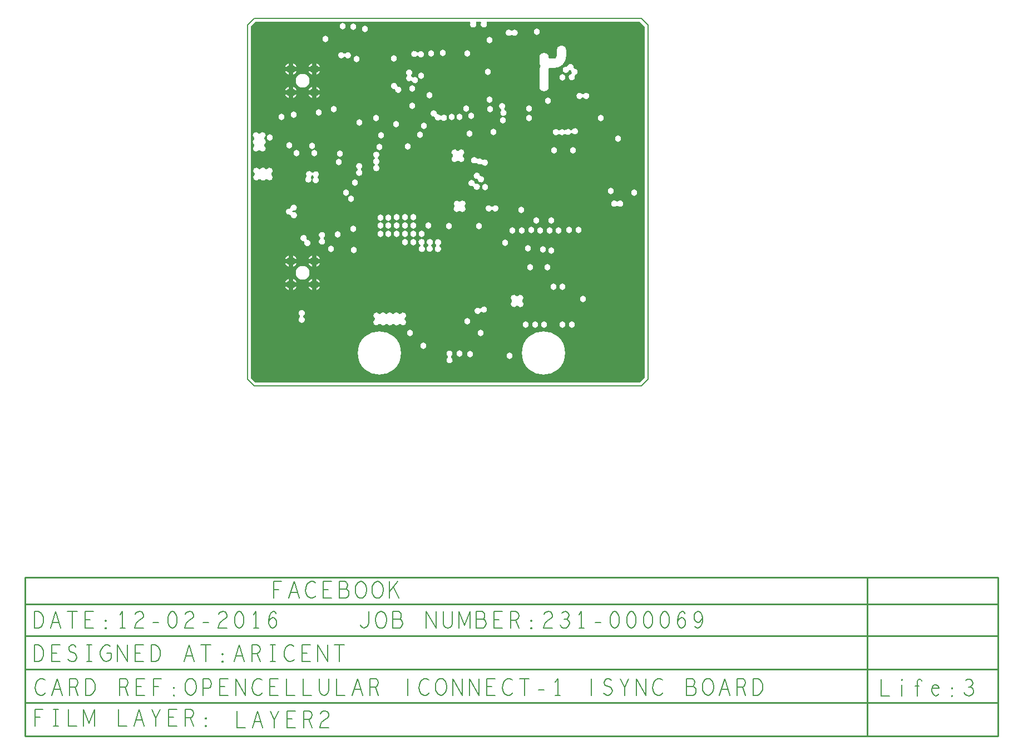
<source format=gbr>
G04 ================== begin FILE IDENTIFICATION RECORD ==================*
G04 Layout Name:  Fb_Connect1_SYNC_Life-3.brd*
G04 Film Name:    L2P.gbr*
G04 File Format:  Gerber RS274X*
G04 File Origin:  Cadence Allegro 16.6-2015-S065*
G04 Origin Date:  Fri Dec 02 18:28:17 2016*
G04 *
G04 Layer:  VIA CLASS/GND*
G04 Layer:  PIN/GND*
G04 Layer:  ETCH/GND*
G04 Layer:  DRAWING FORMAT/L2*
G04 Layer:  DRAWING FORMAT/FILM_LABEL_OUTLINE*
G04 Layer:  BOARD GEOMETRY/OUTLINE*
G04 *
G04 Offset:    (0.000 0.000)*
G04 Mirror:    No*
G04 Mode:      Positive*
G04 Rotation:  0*
G04 FullContactRelief:  No*
G04 UndefLineWidth:     6.000*
G04 ================== end FILE IDENTIFICATION RECORD ====================*
%FSLAX25Y25*MOIN*%
%IR0*IPPOS*OFA0.00000B0.00000*MIA0B0*SFA1.00000B1.00000*%
%ADD12C,.314961*%
%ADD11C,.022*%
%ADD10C,.053*%
%ADD13C,.01*%
%ADD14C,.025*%
%ADD15C,.006*%
%ADD19C,.258666*%
%ADD17C,.073004*%
%ADD18C,.083004*%
%ADD16C,.038004*%
G75*
%LPD*%
G75*
G36*
G01X133744Y217391D02*
G03X136986I1621J-991D01*
G02X137328Y218000I341J209D01*
G01X139783D01*
G02X140125Y217391I0J-400D01*
G03X143367I1621J-991D01*
G02X143709Y218000I341J209D01*
G01X235171D01*
X238000Y215171D01*
Y4829D01*
X235171Y2000D01*
X4829D01*
X2000Y4829D01*
Y215171D01*
X4829Y218000D01*
X133402D01*
G02X133744Y217391I0J-400D01*
G37*
%LPC*%
G75*
G36*
G01X98280Y185604D02*
G02X98801Y184806I-1280J-1404D01*
G03X99408Y184605I379J128D01*
G02X98698Y182446I1092J-1555D01*
G03X98090Y182644I-378J-130D01*
G02X95720Y185604I-1090J1556D01*
G03Y186196I-269J296D01*
G02X98280I1280J1404D01*
G03Y185604I269J-296D01*
G37*
G36*
G01X58671Y198879D02*
G02X58624Y197004I1629J-979D01*
G03X57929Y197021I-353J-189D01*
G02X57976Y198896I-1629J979D01*
G03X58671Y198879I353J189D01*
G37*
G36*
G01X78239Y132748D02*
G03Y132052I198J-348D01*
G02X76361I-939J-1652D01*
G03Y132748I-198J348D01*
G02Y136052I939J1652D01*
G03Y136748I-198J348D01*
G02X78239I939J1652D01*
G03Y136052I198J-348D01*
G02Y132748I-939J-1652D01*
G37*
G36*
G01X89800Y179584D02*
G03X90252Y179184I400J-3D01*
G02X88600Y177316I248J-1884D01*
G03X88148Y177716I-400J3D01*
G02X89800Y179584I-248J1884D01*
G37*
G36*
G01X102457Y199565D02*
G02X102357Y197600I1574J-1065D01*
G03X101674Y197635I-352J-189D01*
G02X101774Y199600I-1574J1065D01*
G03X102457Y199565I352J189D01*
G37*
G36*
G01X158754Y210167D02*
G03X158146I-304J-260D01*
G02Y212633I-1446J1233D01*
G03X158754I304J260D01*
G02Y210167I1446J-1233D01*
G37*
G36*
G01X196494Y186141D02*
G03X196211Y185590I83J-391D01*
G02X194074Y186690I-1742J-759D01*
G03X194358Y187241I-83J391D01*
G02X194267Y188501I1742J759D01*
G03X193850Y189006I-386J106D01*
G02X193236Y189057I-150J1894D01*
G03X192749Y188762I-98J-388D01*
G02X191364Y191043I-1849J438D01*
G03X191851Y191338I98J388D01*
G02X195533Y190399I1849J-438D01*
G03X195950Y189894I386J-106D01*
G02X196494Y186141I150J-1894D01*
G37*
G36*
G01X180631Y189700D02*
Y179100D01*
G02X175030I-2800J0D01*
G01Y189700D01*
G02X175686Y191500I2800J0D01*
G02X175030Y193300I2145J1800D01*
G01Y196631D01*
G02X180631I2800J0D01*
G01Y196475D01*
G03X181081Y196078I400J0D01*
G02X181431Y196100I350J-2778D01*
G01X184762D01*
G03X185500Y197712I-1391J1611D01*
G01Y200991D01*
G02X191100I2800J0D01*
G01Y197712D01*
G02X188836Y192246I-7729J0D01*
G01X188816Y192226D01*
G02X184620Y190500I-4196J4236D01*
G01X181431D01*
G02X181056Y190525I0J2800D01*
G03X180606Y190075I-54J-396D01*
G02X180631Y189700I-2775J-375D01*
G37*
G36*
G01X115752Y161796D02*
G03X116378Y161761I327J231D01*
G02X116248Y159404I1422J-1261D01*
G03X115622Y159439I-327J-231D01*
G02X112302Y160790I-1422J1261D01*
G03X111867Y161207I-400J19D01*
G02X113598Y163010I-167J1893D01*
G03X114033Y162593I400J-19D01*
G02X115752Y161796I167J-1893D01*
G37*
G36*
G01X140705Y135417D02*
G03X141261Y135295I338J214D01*
G02X140688Y132683I1033J-1595D01*
G03X140133Y132805I-338J-214D01*
G02X137505Y133367I-1033J1595D01*
G03X136958Y133489I-336J-217D01*
G02X137545Y136133I-1007J1611D01*
G03X138093Y136011I336J217D01*
G02X140705Y135417I1007J-1611D01*
G37*
G36*
G01X139419Y125959D02*
G03X139849Y125594I399J34D01*
G02X138106Y123541I151J-1894D01*
G03X137676Y123906I-399J-34D01*
G02X139419Y125959I-151J1894D01*
G37*
G36*
G01X221966Y107867D02*
G03X221358I-304J-260D01*
G02Y110333I-1446J1233D01*
G03X221966I304J260D01*
G02Y107867I1446J-1233D01*
G37*
G36*
G01X127496Y104720D02*
G03X126904I-296J-269D01*
G02X124102Y107287I-1404J1280D01*
G03X124120Y107809I-294J271D01*
G02X126923Y110364I1480J1191D01*
G03X127497Y110381I278J287D01*
G02X130304Y107820I1403J-1281D01*
G03Y107280I296J-269D01*
G02X127496Y104720I-1404J-1280D01*
G37*
G36*
G01X26001Y102125D02*
G03X25480Y102490I-400J-16D01*
G02X25401Y106133I-580J1810D01*
G03X25906Y106550I106J386D01*
G02X27299Y104867I1894J150D01*
G03X26794Y104450I-106J-386D01*
G02X26799Y104375I-1894J-149D01*
G03X27320Y104010I400J16D01*
G02X26001Y102125I580J-1810D01*
G37*
G36*
G01X140453Y44322D02*
G03X139806Y44191I-279J-287D01*
G02X139380Y46290I-1751J738D01*
G03X140028Y46422I279J287D01*
G02X140453Y44322I1751J-738D01*
G37*
G36*
G01X200752Y172661D02*
G02Y174539I-1652J939D01*
G03X201448I348J198D01*
G02Y172661I1652J-939D01*
G03X200752I-348J-198D01*
G37*
G36*
G01X154082Y165309D02*
G02X152289Y164964I-582J-1809D01*
G03X152156Y165653I-255J308D01*
G02X153949Y165998I582J1809D01*
G03X154082Y165309I255J-308D01*
G37*
G36*
G01X186428Y150771D02*
G02Y153029I-1528J1129D01*
G03X187072I322J238D01*
G02X190022Y153161I1528J-1129D01*
G03X190648Y153196I299J265D01*
G02X193831Y153074I1552J-1096D01*
G03X194544Y153127I343J205D01*
G02X194669Y151426I1756J-727D01*
G03X193956Y151373I-343J-205D01*
G02X190778Y150839I-1756J727D01*
G03X190152Y150804I-299J-265D01*
G02X187072Y150771I-1552J1096D01*
G03X186428I-322J-238D01*
G37*
G36*
G01X6852Y141161D02*
G02X4261Y143752I-1652J939D01*
G03Y144448I-198J348D01*
G02Y147752I939J1652D01*
G03Y148448I-198J348D01*
G02X6852Y151039I939J1652D01*
G03X7548I348J198D01*
G02X10139Y148448I1652J-939D01*
G03Y147752I198J-348D01*
G02Y144448I-939J-1652D01*
G03Y143752I198J-348D01*
G02X7548Y141161I-939J-1652D01*
G03X6852I-348J-198D01*
G37*
G36*
G01X125852Y134861D02*
G02X123261Y137452I-1652J939D01*
G03Y138148I-198J348D01*
G02X125852Y140739I939J1652D01*
G03X126548I348J198D01*
G02X129139Y138148I1652J-939D01*
G03Y137452I198J-348D01*
G02X126548Y134861I-939J-1652D01*
G03X125852I-348J-198D01*
G37*
G36*
G01X68039Y129252D02*
G02X66161I-939J-1652D01*
G03Y129948I-198J348D01*
G02X68039I939J1652D01*
G03Y129252I198J-348D01*
G37*
G36*
G01X7052Y123861D02*
G02X4461Y126452I-1652J939D01*
G03Y127148I-198J348D01*
G02X7052Y129739I939J1652D01*
G03X7748I348J198D01*
G02X11052I1652J-939D01*
G03X11748I348J198D01*
G02X14339Y127148I1652J-939D01*
G03Y126452I198J-348D01*
G02X11748Y123861I-939J-1652D01*
G03X11052I-348J-198D01*
G02X7748I-1652J939D01*
G03X7052I-348J-198D01*
G37*
G36*
G01X42273Y124610D02*
G02X39809Y124681I-1273J-1410D01*
G03X39827Y125290I-251J312D01*
G02X39386Y125881I1273J1410D01*
G03X38673Y125898I-361J-172D01*
G02X38180Y125310I-1673J902D01*
G03X38110Y124754I248J-314D01*
G02X35420Y125090I-1510J-1154D01*
G03X35490Y125646I-248J314D01*
G02X38714Y127619I1510J1154D01*
G03X39428Y127602I361J172D01*
G02X42291Y125219I1673J-902D01*
G03X42273Y124610I251J-312D01*
G37*
G36*
G01X136823Y120966D02*
G02X135626Y119252I702J-1766D01*
G03X135078Y119634I-400J11D01*
G02X136275Y121348I-702J1766D01*
G03X136823Y120966I400J-11D01*
G37*
G36*
G01X146321Y105361D02*
G02Y107239I-1652J939D01*
G03X147016I348J198D01*
G02Y105361I1652J-939D01*
G03X146321I-348J-198D01*
G37*
G36*
G01X45803Y88026D02*
G02X43771Y88010I-1003J-1614D01*
G03X43766Y88686I-217J336D01*
G02X45797Y88702I1003J1614D01*
G03X45803Y88026I217J-336D01*
G37*
G36*
G01X110279Y83729D02*
G02X108404Y83776I-979J-1629D01*
G03X108421Y84471I-189J353D01*
G02X110296Y84424I979J1629D01*
G03X110279Y83729I189J-353D01*
G37*
G36*
G01X115179Y83629D02*
G02X113304Y83676I-979J-1629D01*
G03X113321Y84371I-189J353D01*
G02X115196Y84324I979J1629D01*
G03X115179Y83629I189J-353D01*
G37*
G36*
G01X105417Y83716D02*
G02X103681Y83663I-817J-1715D01*
G03X103659Y84374I-193J350D01*
G02X105396Y84427I817J1715D01*
G03X105417Y83716I193J-350D01*
G37*
G36*
G01X161379Y47992D02*
G02X158612Y50507I-1611J1008D01*
G03X158600Y51151I-244J317D01*
G02X161311Y53708I1100J1549D01*
G03X161989I339J212D01*
G02X164757Y51193I1611J-1008D01*
G03X164769Y50549I244J-317D01*
G02X162058Y47992I-1100J-1549D01*
G03X161379I-339J-212D01*
G37*
G36*
G01X33539Y41252D02*
G02X31661I-939J-1652D01*
G03Y41948I-198J348D01*
G02X33539I939J1652D01*
G03Y41252I198J-348D01*
G37*
G36*
G01X79029Y37151D02*
G02X76438Y39742I-1652J939D01*
G03Y40438I-198J348D01*
G02X79029Y43028I939J1652D01*
G03X79724I348J198D01*
G02X83029I1652J-939D01*
G03X83724I348J198D01*
G02X87029I1652J-939D01*
G03X87724I348J198D01*
G02X91029I1652J-939D01*
G03X91724I348J198D01*
G02X94315Y40438I1652J-939D01*
G03Y39742I198J-348D01*
G02X91724Y37151I-939J-1652D01*
G03X91029I-348J-198D01*
G02X87724I-1652J939D01*
G03X87029I-348J-198D01*
G02X83724I-1652J939D01*
G03X83029I-348J-198D01*
G02X79724I-1652J939D01*
G03X79029I-348J-198D01*
G37*
G36*
G01X122163Y17014D02*
G02X120190I-987J-1624D01*
G03Y17697I-208J342D01*
G02X122163I987J1624D01*
G03Y17014I208J-342D01*
G37*
G36*
G01X35587Y87948D02*
G03X35975Y87432I383J-116D01*
G02X34182Y86084I25J-1900D01*
G03X33794Y86600I-383J116D01*
G02X35587Y87948I-25J1900D01*
G37*
G54D19*
X79218Y19728D03*
X177643D03*
G54D17*
X26061Y60535D03*
Y74550D03*
Y175850D03*
Y189865D03*
X40076Y60535D03*
Y74550D03*
Y175850D03*
Y189865D03*
G54D18*
X33068Y67542D03*
Y182858D03*
G54D16*
X104477Y91090D03*
X108418Y96018D03*
X104300Y185600D03*
X65600Y195600D03*
X80136Y150100D03*
X67200Y157800D03*
X62005Y112125D03*
X87900Y195900D03*
X57224Y215224D03*
X46800Y207800D03*
X40000Y139500D03*
X38800Y143800D03*
X27724Y162500D03*
X42717Y163783D03*
X13500Y148600D03*
X50269Y82100D03*
X54100Y90700D03*
X51770Y165630D03*
X59300Y115753D03*
X79977Y95890D03*
X84477Y91190D03*
X79977D03*
X89477D03*
Y96190D03*
X84477Y95890D03*
X79977Y100590D03*
X89477Y100890D03*
X84477Y100590D03*
X97600Y31700D03*
X105434Y23965D03*
X94377Y86190D03*
X99477Y91190D03*
X94477D03*
X99477Y96190D03*
X94477D03*
X99577Y86190D03*
X94477Y100890D03*
X99477D03*
X103382Y150462D03*
X96235Y143235D03*
X105800Y155820D03*
X109300Y174000D03*
X98700Y167700D03*
X120831Y95818D03*
X122600Y161200D03*
X117100Y199400D03*
X110300Y198900D03*
X127177Y19321D03*
X139911Y31624D03*
X133377Y18990D03*
X131777Y38790D03*
X138831Y95818D03*
X142400Y119200D03*
X133200Y150900D03*
X127200Y161200D03*
X131100Y166000D03*
X134000Y161800D03*
X131950Y198900D03*
X157158Y18090D03*
X158931Y93000D03*
X154532Y85732D03*
X145481Y165600D03*
X147631Y151931D03*
X153100Y159100D03*
X145000Y171300D03*
X144200Y188100D03*
X172468Y36700D03*
X166968D03*
X168100Y82450D03*
X177130Y81600D03*
X169453Y70947D03*
X173300Y99124D03*
X175531Y93000D03*
X164431D03*
X170031Y93300D03*
X164031Y105506D03*
X168957Y160247D03*
Y166153D03*
X173531Y212120D03*
X188968Y36700D03*
X177968D03*
X188700Y59300D03*
X183500Y59500D03*
X182248Y81052D03*
X179689Y70911D03*
X186531Y93000D03*
X181031D03*
X192731Y93300D03*
X182200Y99124D03*
X183968Y140988D03*
X180000Y170612D03*
X188968Y184670D03*
X194468Y36700D03*
X198331Y93300D03*
X195190Y140988D03*
X217772Y116800D03*
X222200Y147900D03*
X211980Y160247D03*
X231811Y115689D03*
X54950Y133950D03*
X55400Y138950D03*
X29500Y139500D03*
X25300Y143950D03*
X20500Y161000D03*
X63550Y215000D03*
X70500Y213600D03*
X98700Y178200D03*
X89000Y156800D03*
X64400Y121600D03*
X63700Y81500D03*
X63400Y93950D03*
X79068Y143000D03*
X77144Y160456D03*
X145200Y207068D03*
X201300Y51900D03*
%LPD*%
G75*
G54D10*
X26061Y60535D03*
Y74550D03*
Y175850D03*
Y189865D03*
X40076Y60535D03*
Y74550D03*
Y175850D03*
Y189865D03*
G54D11*
X14537Y99900D03*
X14300Y95132D03*
X14537Y104900D03*
Y109900D03*
Y114900D03*
Y119900D03*
Y134900D03*
Y139900D03*
X11368Y137868D03*
X11868Y157932D03*
X15500Y158500D03*
X38527Y13808D03*
X38500Y42900D03*
X28047Y91100D03*
X40968Y110300D03*
Y115300D03*
X37968Y112800D03*
X29800Y125200D03*
X26000Y138000D03*
X37000D03*
X40500Y150900D03*
X32000Y161500D03*
X40500Y160000D03*
X36217Y155402D03*
X49527Y13803D03*
X51140Y104870D03*
X53700Y102500D03*
X51700Y131450D03*
X55737Y125316D03*
X52050Y126450D03*
X51900Y150300D03*
X51050Y141450D03*
X51750Y136450D03*
X54824Y162861D03*
X51900Y155300D03*
X50250Y178660D03*
X56220Y178560D03*
X54824Y174476D03*
X57800Y187230D03*
X50501Y190500D03*
X73700Y94100D03*
X68300Y93800D03*
X65900Y112300D03*
X69800Y116200D03*
X69300Y148800D03*
X72605Y145850D03*
X67650Y139350D03*
X70800Y160800D03*
X66000Y153100D03*
X74700Y153700D03*
X75700Y172800D03*
X70860Y178810D03*
X75705Y178905D03*
X65038Y190500D03*
X75370Y187320D03*
X88877Y66064D03*
X83677Y65990D03*
X78877Y66090D03*
X81700Y133400D03*
X88500Y133000D03*
X84200Y121200D03*
X80000Y117200D03*
X81700Y140000D03*
X86700Y141100D03*
X81700Y159800D03*
X80105Y153850D03*
X81739Y182858D03*
X86600Y175900D03*
X86950Y169550D03*
X90300Y201100D03*
X76320Y191050D03*
X86500Y193000D03*
X77000Y195600D03*
X86515Y189985D03*
X87600Y209300D03*
X81739Y213000D03*
X100677Y22321D03*
X104868Y27900D03*
X103268Y37183D03*
X94468Y66000D03*
X108177Y52743D03*
X104577Y69037D03*
X100518Y143999D03*
X98600Y154850D03*
X98700Y173350D03*
X95200Y178100D03*
X107200Y199900D03*
X96210Y201180D03*
X108300Y210200D03*
X93446Y211368D03*
X104500Y210300D03*
X99487Y210187D03*
X115679Y10340D03*
X119877Y30258D03*
X123900Y41300D03*
X119500Y38200D03*
X123600Y38300D03*
X119500Y41200D03*
X112588Y48899D03*
X116076Y52857D03*
X126415Y53390D03*
X114831Y95792D03*
X119250Y151200D03*
X115250D03*
X111250D03*
X121000Y169800D03*
X117500Y173300D03*
X124500D03*
X117500Y169800D03*
X124500D03*
X121000Y173300D03*
X113500Y199500D03*
X120631D03*
X112900Y210100D03*
X121600Y210200D03*
X124665D03*
X118250Y210150D03*
X129327Y50290D03*
X138027Y50643D03*
X126868Y95792D03*
X132468D03*
X135100Y107700D03*
X127831Y119000D03*
X133800Y124900D03*
X131500Y119400D03*
X127100Y151400D03*
X135100Y200060D03*
X139600Y198700D03*
X138400Y209600D03*
X147045Y27190D03*
X147930Y33000D03*
X144668Y95792D03*
X152131D03*
X156100Y95600D03*
X143800Y125400D03*
X147831Y119000D03*
X152931Y141288D03*
X145481Y159950D03*
X145600Y155600D03*
X150200Y155300D03*
X147300Y198300D03*
X149062Y195738D03*
X145720Y216400D03*
X149505D03*
X153305D03*
X163600Y29900D03*
X160968Y36700D03*
X160668Y63400D03*
X168957Y154247D03*
X167600Y172900D03*
X171768Y195738D03*
X162336D03*
X167397Y211200D03*
X183468Y36700D03*
X192484Y71016D03*
X189468Y140988D03*
X193668Y165800D03*
X186668D03*
X190268Y163200D03*
X193668Y160800D03*
X186668D03*
X182831Y173000D03*
X193713Y197813D03*
X182887D03*
X193713Y215587D03*
X182887D03*
X208700Y52000D03*
X207825Y55675D03*
X204280Y93162D03*
X201800Y140900D03*
X200190Y185012D03*
X222000Y76000D03*
X223331Y68331D03*
X219000Y98300D03*
X215789Y106211D03*
X226742Y129958D03*
X211869Y138532D03*
X211980Y166153D03*
X212000Y153200D03*
X223080Y155890D03*
G54D12*
X218400Y21600D03*
Y198400D03*
G54D13*
G01X-133069Y-114500D02*
X371600D01*
Y-209700D01*
X-133069D01*
G01Y-114500D02*
Y-209700D01*
G01Y-189700D02*
X449900D01*
G01X-133069Y-169700D02*
X449900D01*
G01X-133069Y-149700D02*
X449900D01*
G01X-133069Y-130500D02*
X449900D01*
G01X371600Y-114500D02*
X449900D01*
Y-209700D01*
X371600D01*
G54D14*
G01X22210Y60535D02*
X26061D01*
G01X22210Y74550D02*
X26061D01*
G01X22210Y175850D02*
X26061D01*
G01X22210Y189865D02*
X26061D01*
G01X40076Y56684D02*
Y60535D01*
G01D02*
Y64385D01*
G01X36226Y60535D02*
X40076D01*
G01D02*
X43927D01*
G01X26061Y56684D02*
Y60535D01*
G01D02*
Y64385D01*
G01Y60535D02*
X29911D01*
G01X40076Y70700D02*
Y74550D01*
G01D02*
Y78401D01*
G01X36226Y74550D02*
X40076D01*
G01D02*
X43927D01*
G01X26061Y70700D02*
Y74550D01*
G01D02*
Y78401D01*
G01Y74550D02*
X29911D01*
G01X40076Y171999D02*
Y175850D01*
G01D02*
Y179700D01*
G01X36226Y175850D02*
X40076D01*
G01D02*
X43927D01*
G01X26061Y171999D02*
Y175850D01*
G01D02*
Y179700D01*
G01Y175850D02*
X29911D01*
G01X40076Y186015D02*
Y189865D01*
G01D02*
Y193716D01*
G01X36226Y189865D02*
X40076D01*
G01D02*
X43927D01*
G01X26061Y186015D02*
Y189865D01*
G01D02*
Y193716D01*
G01Y189865D02*
X29911D01*
G54D15*
G01X-127194Y-203500D02*
Y-193500D01*
X-122444D01*
G01X-124194Y-198333D02*
X-127194D01*
G01X-116319Y-193500D02*
X-113320D01*
G01X-114819D02*
Y-203500D01*
G01X-116319D02*
X-113320D01*
G01X-107319Y-193500D02*
Y-203500D01*
X-102319D01*
G01X-98069D02*
Y-193500D01*
X-94819Y-201833D01*
X-91569Y-193500D01*
Y-203500D01*
G01X-77319Y-193500D02*
Y-203500D01*
X-72319D01*
G01X-67944D02*
X-64819Y-193500D01*
X-61694Y-203500D01*
G01X-62819Y-200000D02*
X-66819D01*
G01X-54819Y-203500D02*
Y-199000D01*
X-57319Y-193500D01*
G01X-52319D02*
X-54819Y-199000D01*
G01X-42319Y-203500D02*
X-47319D01*
Y-193500D01*
X-42319D01*
G01X-44319Y-198333D02*
X-47319D01*
G01X-37319Y-203500D02*
Y-193500D01*
X-34194D01*
X-33194Y-194000D01*
X-32569Y-194667D01*
X-32319Y-196000D01*
X-32569Y-197333D01*
X-33319Y-198167D01*
X-34194Y-198667D01*
X-37319D01*
G01X-34194D02*
X-32319Y-203500D01*
G01X-24819Y-203833D02*
X-25069Y-203667D01*
Y-203333D01*
X-24819Y-203167D01*
X-24569Y-203333D01*
Y-203667D01*
X-24819Y-203833D01*
G01Y-199334D02*
X-25069Y-199167D01*
Y-198833D01*
X-24819Y-198667D01*
X-24569Y-198833D01*
Y-199167D01*
X-24819Y-199334D01*
G01X-127569Y-165000D02*
Y-155000D01*
X-125069D01*
X-124069Y-155500D01*
X-123319Y-156167D01*
X-122694Y-157166D01*
X-122194Y-158334D01*
X-122069Y-160000D01*
X-122194Y-161667D01*
X-122694Y-162834D01*
X-123319Y-163834D01*
X-124069Y-164500D01*
X-125069Y-165000D01*
X-127569D01*
G01X-112319D02*
X-117319D01*
Y-155000D01*
X-112319D01*
G01X-114319Y-159833D02*
X-117319D01*
G01X-107444Y-163667D02*
X-106444Y-164500D01*
X-105319Y-165000D01*
X-104319D01*
X-103319Y-164500D01*
X-102569Y-163667D01*
X-102194Y-162500D01*
X-102444Y-161334D01*
X-103069Y-160333D01*
X-104194Y-159667D01*
X-105694Y-159333D01*
X-106569Y-158667D01*
X-106944Y-157500D01*
X-106694Y-156333D01*
X-106069Y-155500D01*
X-105194Y-155000D01*
X-104319D01*
X-103444Y-155333D01*
X-102694Y-156167D01*
G01X-96319Y-155000D02*
X-93320D01*
G01X-94819D02*
Y-165000D01*
G01X-96319D02*
X-93320D01*
G01X-84069Y-160000D02*
X-81569D01*
Y-163000D01*
X-82319Y-164000D01*
X-83194Y-164667D01*
X-84444Y-165000D01*
X-85694Y-164667D01*
X-86569Y-164000D01*
X-87319Y-163000D01*
X-87820Y-161833D01*
X-88069Y-160500D01*
Y-159333D01*
X-87820Y-158334D01*
X-87319Y-157166D01*
X-86569Y-156167D01*
X-85819Y-155500D01*
X-84819Y-155000D01*
X-83944D01*
X-82944Y-155333D01*
X-82194Y-156000D01*
G01X-77694Y-165000D02*
Y-155000D01*
X-71944Y-165000D01*
Y-155000D01*
G01X-62319Y-165000D02*
X-67319D01*
Y-155000D01*
X-62319D01*
G01X-64319Y-159833D02*
X-67319D01*
G01X-57569Y-165000D02*
Y-155000D01*
X-55069D01*
X-54069Y-155500D01*
X-53319Y-156167D01*
X-52694Y-157166D01*
X-52194Y-158334D01*
X-52069Y-160000D01*
X-52194Y-161667D01*
X-52694Y-162834D01*
X-53319Y-163834D01*
X-54069Y-164500D01*
X-55069Y-165000D01*
X-57569D01*
G01X-37944D02*
X-34819Y-155000D01*
X-31694Y-165000D01*
G01X-32819Y-161500D02*
X-36819D01*
G01X-24819Y-155000D02*
Y-165000D01*
G01X-27694Y-155000D02*
X-21944D01*
G01X-14819Y-165333D02*
X-15069Y-165167D01*
Y-164833D01*
X-14819Y-164667D01*
X-14569Y-164833D01*
Y-165167D01*
X-14819Y-165333D01*
G01Y-160834D02*
X-15069Y-160667D01*
Y-160333D01*
X-14819Y-160167D01*
X-14569Y-160333D01*
Y-160667D01*
X-14819Y-160834D01*
G01X-7944Y-165000D02*
X-4819Y-155000D01*
X-1694Y-165000D01*
G01X-2819Y-161500D02*
X-6819D01*
G01X2681Y-165000D02*
Y-155000D01*
X5806D01*
X6806Y-155500D01*
X7431Y-156167D01*
X7681Y-157500D01*
X7431Y-158833D01*
X6681Y-159667D01*
X5806Y-160167D01*
X2681D01*
G01X5806D02*
X7681Y-165000D01*
G01X13681Y-155000D02*
X16680D01*
G01X15181D02*
Y-165000D01*
G01X13681D02*
X16680D01*
G01X27931Y-155834D02*
X27181Y-155333D01*
X26306Y-155000D01*
X25306D01*
X24181Y-155500D01*
X23306Y-156333D01*
X22681Y-157333D01*
X22180Y-159000D01*
X22056Y-160500D01*
X22306Y-162000D01*
X22681Y-163000D01*
X23431Y-164000D01*
X24306Y-164667D01*
X25181Y-165000D01*
X26056D01*
X26931Y-164667D01*
X27681Y-164167D01*
X28306Y-163500D01*
G01X37681Y-165000D02*
X32681D01*
Y-155000D01*
X37681D01*
G01X35681Y-159833D02*
X32681D01*
G01X42306Y-165000D02*
Y-155000D01*
X48056Y-165000D01*
Y-155000D01*
G01X55181D02*
Y-165000D01*
G01X52306Y-155000D02*
X58056D01*
G01X-127569Y-145000D02*
Y-135000D01*
X-125069D01*
X-124069Y-135500D01*
X-123319Y-136167D01*
X-122694Y-137166D01*
X-122194Y-138334D01*
X-122069Y-140000D01*
X-122194Y-141667D01*
X-122694Y-142834D01*
X-123319Y-143834D01*
X-124069Y-144500D01*
X-125069Y-145000D01*
X-127569D01*
G01X-117944D02*
X-114819Y-135000D01*
X-111694Y-145000D01*
G01X-112819Y-141500D02*
X-116819D01*
G01X-104819Y-135000D02*
Y-145000D01*
G01X-107694Y-135000D02*
X-101944D01*
G01X-92319Y-145000D02*
X-97319D01*
Y-135000D01*
X-92319D01*
G01X-94319Y-139833D02*
X-97319D01*
G01X-84819Y-145333D02*
X-85069Y-145167D01*
Y-144833D01*
X-84819Y-144667D01*
X-84569Y-144833D01*
Y-145167D01*
X-84819Y-145333D01*
G01Y-140834D02*
X-85069Y-140667D01*
Y-140333D01*
X-84819Y-140167D01*
X-84569Y-140333D01*
Y-140667D01*
X-84819Y-140834D01*
G01X-74819Y-145000D02*
Y-135000D01*
X-76319Y-137000D01*
G01Y-145000D02*
X-73320D01*
G01X-67194Y-136667D02*
X-66444Y-135667D01*
X-65569Y-135167D01*
X-64569Y-135000D01*
X-63319Y-135333D01*
X-62444Y-136167D01*
X-62194Y-137166D01*
X-62319Y-138167D01*
X-62819Y-139000D01*
X-65319Y-140667D01*
X-66444Y-141833D01*
X-67194Y-143500D01*
X-67444Y-145000D01*
X-62194D01*
G01X-56444Y-141667D02*
X-53194D01*
G01X-44819Y-135000D02*
X-45819Y-135333D01*
X-46569Y-136167D01*
X-47069Y-137166D01*
X-47444Y-138500D01*
X-47569Y-140000D01*
X-47444Y-141500D01*
X-47069Y-142834D01*
X-46569Y-143834D01*
X-45819Y-144667D01*
X-44819Y-145000D01*
X-43819Y-144667D01*
X-43069Y-143834D01*
X-42569Y-142834D01*
X-42194Y-141500D01*
X-42069Y-140000D01*
X-42194Y-138500D01*
X-42569Y-137166D01*
X-43069Y-136167D01*
X-43819Y-135333D01*
X-44819Y-135000D01*
G01X-37194Y-136667D02*
X-36444Y-135667D01*
X-35569Y-135167D01*
X-34569Y-135000D01*
X-33319Y-135333D01*
X-32444Y-136167D01*
X-32194Y-137166D01*
X-32319Y-138167D01*
X-32819Y-139000D01*
X-35319Y-140667D01*
X-36444Y-141833D01*
X-37194Y-143500D01*
X-37444Y-145000D01*
X-32194D01*
G01X-26444Y-141667D02*
X-23194D01*
G01X-17194Y-136667D02*
X-16444Y-135667D01*
X-15569Y-135167D01*
X-14569Y-135000D01*
X-13319Y-135333D01*
X-12444Y-136167D01*
X-12194Y-137166D01*
X-12319Y-138167D01*
X-12819Y-139000D01*
X-15319Y-140667D01*
X-16444Y-141833D01*
X-17194Y-143500D01*
X-17444Y-145000D01*
X-12194D01*
G01X-4819Y-135000D02*
X-5819Y-135333D01*
X-6569Y-136167D01*
X-7069Y-137166D01*
X-7444Y-138500D01*
X-7569Y-140000D01*
X-7444Y-141500D01*
X-7069Y-142834D01*
X-6569Y-143834D01*
X-5819Y-144667D01*
X-4819Y-145000D01*
X-3819Y-144667D01*
X-3069Y-143834D01*
X-2569Y-142834D01*
X-2194Y-141500D01*
X-2069Y-140000D01*
X-2194Y-138500D01*
X-2569Y-137166D01*
X-3069Y-136167D01*
X-3819Y-135333D01*
X-4819Y-135000D01*
G01X5181Y-145000D02*
Y-135000D01*
X3681Y-137000D01*
G01Y-145000D02*
X6680D01*
G01X12806Y-140834D02*
X13681Y-139667D01*
X14431Y-139000D01*
X15431Y-138667D01*
X16306Y-139000D01*
X16931Y-139667D01*
X17431Y-140667D01*
X17556Y-141833D01*
X17431Y-142834D01*
X16931Y-143834D01*
X16181Y-144667D01*
X15306Y-145000D01*
X14306Y-144667D01*
X13431Y-143667D01*
X12931Y-142167D01*
X12806Y-140500D01*
X13056Y-138334D01*
X13431Y-137166D01*
X14056Y-136000D01*
X14931Y-135167D01*
X15806Y-135000D01*
X16681Y-135333D01*
X17306Y-136167D01*
G01X-121200Y-176034D02*
X-121950Y-175533D01*
X-122825Y-175200D01*
X-123825D01*
X-124950Y-175700D01*
X-125825Y-176533D01*
X-126450Y-177533D01*
X-126950Y-179200D01*
X-127075Y-180700D01*
X-126825Y-182200D01*
X-126450Y-183200D01*
X-125700Y-184200D01*
X-124825Y-184867D01*
X-123950Y-185200D01*
X-123075D01*
X-122200Y-184867D01*
X-121450Y-184367D01*
X-120825Y-183700D01*
G01X-117075Y-185200D02*
X-113950Y-175200D01*
X-110825Y-185200D01*
G01X-111950Y-181700D02*
X-115950D01*
G01X-106450Y-185200D02*
Y-175200D01*
X-103325D01*
X-102325Y-175700D01*
X-101700Y-176367D01*
X-101450Y-177700D01*
X-101700Y-179033D01*
X-102450Y-179867D01*
X-103325Y-180367D01*
X-106450D01*
G01X-103325D02*
X-101450Y-185200D01*
G01X-96700D02*
Y-175200D01*
X-94200D01*
X-93200Y-175700D01*
X-92450Y-176367D01*
X-91825Y-177366D01*
X-91325Y-178534D01*
X-91200Y-180200D01*
X-91325Y-181867D01*
X-91825Y-183034D01*
X-92450Y-184034D01*
X-93200Y-184700D01*
X-94200Y-185200D01*
X-96700D01*
G01X-76450D02*
Y-175200D01*
X-73325D01*
X-72325Y-175700D01*
X-71700Y-176367D01*
X-71450Y-177700D01*
X-71700Y-179033D01*
X-72450Y-179867D01*
X-73325Y-180367D01*
X-76450D01*
G01X-73325D02*
X-71450Y-185200D01*
G01X-61450D02*
X-66450D01*
Y-175200D01*
X-61450D01*
G01X-63450Y-180033D02*
X-66450D01*
G01X-56325Y-185200D02*
Y-175200D01*
X-51575D01*
G01X-53325Y-180033D02*
X-56325D01*
G01X-43950Y-185533D02*
X-44200Y-185367D01*
Y-185033D01*
X-43950Y-184867D01*
X-43700Y-185033D01*
Y-185367D01*
X-43950Y-185533D01*
G01Y-181034D02*
X-44200Y-180867D01*
Y-180533D01*
X-43950Y-180367D01*
X-43700Y-180533D01*
Y-180867D01*
X-43950Y-181034D01*
G01X-33950Y-185200D02*
X-34950Y-185033D01*
X-35825Y-184367D01*
X-36575Y-183367D01*
X-37075Y-182200D01*
X-37325Y-180867D01*
Y-179533D01*
X-37075Y-178200D01*
X-36575Y-177033D01*
X-35825Y-176034D01*
X-34950Y-175367D01*
X-33950Y-175200D01*
X-32950Y-175367D01*
X-32075Y-176034D01*
X-31325Y-177033D01*
X-30825Y-178200D01*
X-30575Y-179533D01*
Y-180867D01*
X-30825Y-182200D01*
X-31325Y-183367D01*
X-32075Y-184367D01*
X-32950Y-185033D01*
X-33950Y-185200D01*
G01X-26450D02*
Y-175200D01*
X-23450D01*
X-22450Y-175700D01*
X-21700Y-176867D01*
X-21450Y-178200D01*
X-21700Y-179533D01*
X-22325Y-180533D01*
X-23450Y-181034D01*
X-26450D01*
G01X-11450Y-185200D02*
X-16450D01*
Y-175200D01*
X-11450D01*
G01X-13450Y-180033D02*
X-16450D01*
G01X-6825Y-185200D02*
Y-175200D01*
X-1075Y-185200D01*
Y-175200D01*
G01X8800Y-176034D02*
X8050Y-175533D01*
X7175Y-175200D01*
X6175D01*
X5050Y-175700D01*
X4175Y-176533D01*
X3550Y-177533D01*
X3050Y-179200D01*
X2925Y-180700D01*
X3175Y-182200D01*
X3550Y-183200D01*
X4300Y-184200D01*
X5175Y-184867D01*
X6050Y-185200D01*
X6925D01*
X7800Y-184867D01*
X8550Y-184367D01*
X9175Y-183700D01*
G01X18550Y-185200D02*
X13550D01*
Y-175200D01*
X18550D01*
G01X16550Y-180033D02*
X13550D01*
G01X23550Y-175200D02*
Y-185200D01*
X28550D01*
G01X33550Y-175200D02*
Y-185200D01*
X38550D01*
G01X43300Y-175200D02*
Y-182367D01*
X43800Y-183867D01*
X44800Y-184867D01*
X46050Y-185200D01*
X47300Y-184867D01*
X48300Y-183867D01*
X48800Y-182367D01*
Y-175200D01*
G01X53550D02*
Y-185200D01*
X58550D01*
G01X62925D02*
X66050Y-175200D01*
X69175Y-185200D01*
G01X68050Y-181700D02*
X64050D01*
G01X73550Y-185200D02*
Y-175200D01*
X76675D01*
X77675Y-175700D01*
X78300Y-176367D01*
X78550Y-177700D01*
X78300Y-179033D01*
X77550Y-179867D01*
X76675Y-180367D01*
X73550D01*
G01X76675D02*
X78550Y-185200D01*
G01X96050D02*
Y-175200D01*
G01X108800Y-176034D02*
X108050Y-175533D01*
X107175Y-175200D01*
X106175D01*
X105050Y-175700D01*
X104175Y-176533D01*
X103550Y-177533D01*
X103050Y-179200D01*
X102925Y-180700D01*
X103175Y-182200D01*
X103550Y-183200D01*
X104300Y-184200D01*
X105175Y-184867D01*
X106050Y-185200D01*
X106925D01*
X107800Y-184867D01*
X108550Y-184367D01*
X109175Y-183700D01*
G01X116050Y-185200D02*
X115050Y-185033D01*
X114175Y-184367D01*
X113425Y-183367D01*
X112925Y-182200D01*
X112675Y-180867D01*
Y-179533D01*
X112925Y-178200D01*
X113425Y-177033D01*
X114175Y-176034D01*
X115050Y-175367D01*
X116050Y-175200D01*
X117050Y-175367D01*
X117925Y-176034D01*
X118675Y-177033D01*
X119175Y-178200D01*
X119425Y-179533D01*
Y-180867D01*
X119175Y-182200D01*
X118675Y-183367D01*
X117925Y-184367D01*
X117050Y-185033D01*
X116050Y-185200D01*
G01X123175D02*
Y-175200D01*
X128925Y-185200D01*
Y-175200D01*
G01X133175Y-185200D02*
Y-175200D01*
X138925Y-185200D01*
Y-175200D01*
G01X148550Y-185200D02*
X143550D01*
Y-175200D01*
X148550D01*
G01X146550Y-180033D02*
X143550D01*
G01X158800Y-176034D02*
X158050Y-175533D01*
X157175Y-175200D01*
X156175D01*
X155050Y-175700D01*
X154175Y-176533D01*
X153550Y-177533D01*
X153050Y-179200D01*
X152925Y-180700D01*
X153175Y-182200D01*
X153550Y-183200D01*
X154300Y-184200D01*
X155175Y-184867D01*
X156050Y-185200D01*
X156925D01*
X157800Y-184867D01*
X158550Y-184367D01*
X159175Y-183700D01*
G01X166050Y-175200D02*
Y-185200D01*
G01X163175Y-175200D02*
X168925D01*
G01X174425Y-181867D02*
X177675D01*
G01X186050Y-185200D02*
Y-175200D01*
X184550Y-177200D01*
G01Y-185200D02*
X187550D01*
G01X206050D02*
Y-175200D01*
G01X213425Y-183867D02*
X214425Y-184700D01*
X215550Y-185200D01*
X216550D01*
X217550Y-184700D01*
X218300Y-183867D01*
X218675Y-182700D01*
X218425Y-181534D01*
X217800Y-180533D01*
X216675Y-179867D01*
X215175Y-179533D01*
X214300Y-178867D01*
X213925Y-177700D01*
X214175Y-176533D01*
X214800Y-175700D01*
X215675Y-175200D01*
X216550D01*
X217425Y-175533D01*
X218175Y-176367D01*
G01X226050Y-185200D02*
Y-180700D01*
X223550Y-175200D01*
G01X228550D02*
X226050Y-180700D01*
G01X233175Y-185200D02*
Y-175200D01*
X238925Y-185200D01*
Y-175200D01*
G01X248800Y-176034D02*
X248050Y-175533D01*
X247175Y-175200D01*
X246175D01*
X245050Y-175700D01*
X244175Y-176533D01*
X243550Y-177533D01*
X243050Y-179200D01*
X242925Y-180700D01*
X243175Y-182200D01*
X243550Y-183200D01*
X244300Y-184200D01*
X245175Y-184867D01*
X246050Y-185200D01*
X246925D01*
X247800Y-184867D01*
X248550Y-184367D01*
X249175Y-183700D01*
G01X267050Y-179867D02*
X267550Y-179367D01*
X267925Y-178534D01*
X268175Y-177366D01*
X267925Y-176367D01*
X267425Y-175700D01*
X266550Y-175200D01*
X263175D01*
Y-185200D01*
X267300D01*
X268175Y-184534D01*
X268675Y-183533D01*
X268925Y-182367D01*
X268675Y-181200D01*
X267925Y-180200D01*
X267050Y-179867D01*
X263175D01*
G01X276050Y-185200D02*
X275050Y-185033D01*
X274175Y-184367D01*
X273425Y-183367D01*
X272925Y-182200D01*
X272675Y-180867D01*
Y-179533D01*
X272925Y-178200D01*
X273425Y-177033D01*
X274175Y-176034D01*
X275050Y-175367D01*
X276050Y-175200D01*
X277050Y-175367D01*
X277925Y-176034D01*
X278675Y-177033D01*
X279175Y-178200D01*
X279425Y-179533D01*
Y-180867D01*
X279175Y-182200D01*
X278675Y-183367D01*
X277925Y-184367D01*
X277050Y-185033D01*
X276050Y-185200D01*
G01X282925D02*
X286050Y-175200D01*
X289175Y-185200D01*
G01X288050Y-181700D02*
X284050D01*
G01X293550Y-185200D02*
Y-175200D01*
X296675D01*
X297675Y-175700D01*
X298300Y-176367D01*
X298550Y-177700D01*
X298300Y-179033D01*
X297550Y-179867D01*
X296675Y-180367D01*
X293550D01*
G01X296675D02*
X298550Y-185200D01*
G01X303300D02*
Y-175200D01*
X305800D01*
X306800Y-175700D01*
X307550Y-176367D01*
X308175Y-177366D01*
X308675Y-178534D01*
X308800Y-180200D01*
X308675Y-181867D01*
X308175Y-183034D01*
X307550Y-184034D01*
X306800Y-184700D01*
X305800Y-185200D01*
X303300D01*
G01X-6319Y-194500D02*
Y-204500D01*
X-1319D01*
G01X3056D02*
X6181Y-194500D01*
X9306Y-204500D01*
G01X8181Y-201000D02*
X4181D01*
G01X16181Y-204500D02*
Y-200000D01*
X13681Y-194500D01*
G01X18681D02*
X16181Y-200000D01*
G01X28681Y-204500D02*
X23681D01*
Y-194500D01*
X28681D01*
G01X26681Y-199333D02*
X23681D01*
G01X33681Y-204500D02*
Y-194500D01*
X36806D01*
X37806Y-195000D01*
X38431Y-195667D01*
X38681Y-197000D01*
X38431Y-198333D01*
X37681Y-199167D01*
X36806Y-199667D01*
X33681D01*
G01X36806D02*
X38681Y-204500D01*
G01X43806Y-196167D02*
X44556Y-195167D01*
X45431Y-194667D01*
X46431Y-194500D01*
X47681Y-194833D01*
X48556Y-195667D01*
X48806Y-196666D01*
X48681Y-197667D01*
X48181Y-198500D01*
X45681Y-200167D01*
X44556Y-201333D01*
X43806Y-203000D01*
X43556Y-204500D01*
X48806D01*
G01X4000Y220000D02*
X0Y216000D01*
Y4000D01*
X4000Y0D01*
X236000D01*
X240000Y4000D01*
Y216000D01*
X236000Y220000D01*
X4000D01*
G01X15693Y-127100D02*
Y-117100D01*
X20444D01*
G01X18694Y-121933D02*
X15693D01*
G01X24943Y-127100D02*
X28068Y-117100D01*
X31194Y-127100D01*
G01X30068Y-123600D02*
X26068D01*
G01X40818Y-117934D02*
X40068Y-117433D01*
X39194Y-117100D01*
X38194D01*
X37068Y-117600D01*
X36194Y-118433D01*
X35568Y-119433D01*
X35068Y-121100D01*
X34943Y-122600D01*
X35194Y-124100D01*
X35568Y-125100D01*
X36318Y-126100D01*
X37194Y-126767D01*
X38068Y-127100D01*
X38943D01*
X39818Y-126767D01*
X40568Y-126267D01*
X41194Y-125600D01*
G01X50569Y-127100D02*
X45568D01*
Y-117100D01*
X50569D01*
G01X48568Y-121933D02*
X45568D01*
G01X59068Y-121767D02*
X59568Y-121267D01*
X59943Y-120434D01*
X60194Y-119267D01*
X59943Y-118267D01*
X59443Y-117600D01*
X58568Y-117100D01*
X55193D01*
Y-127100D01*
X59319D01*
X60194Y-126434D01*
X60694Y-125433D01*
X60943Y-124267D01*
X60694Y-123100D01*
X59943Y-122100D01*
X59068Y-121767D01*
X55193D01*
G01X68068Y-127100D02*
X67068Y-126933D01*
X66194Y-126267D01*
X65444Y-125267D01*
X64943Y-124100D01*
X64693Y-122767D01*
Y-121433D01*
X64943Y-120100D01*
X65444Y-118933D01*
X66194Y-117934D01*
X67068Y-117267D01*
X68068Y-117100D01*
X69068Y-117267D01*
X69943Y-117934D01*
X70694Y-118933D01*
X71194Y-120100D01*
X71444Y-121433D01*
Y-122767D01*
X71194Y-124100D01*
X70694Y-125267D01*
X69943Y-126267D01*
X69068Y-126933D01*
X68068Y-127100D01*
G01X78068D02*
X77068Y-126933D01*
X76194Y-126267D01*
X75444Y-125267D01*
X74943Y-124100D01*
X74693Y-122767D01*
Y-121433D01*
X74943Y-120100D01*
X75444Y-118933D01*
X76194Y-117934D01*
X77068Y-117267D01*
X78068Y-117100D01*
X79068Y-117267D01*
X79943Y-117934D01*
X80694Y-118933D01*
X81194Y-120100D01*
X81444Y-121433D01*
Y-122767D01*
X81194Y-124100D01*
X80694Y-125267D01*
X79943Y-126267D01*
X79068Y-126933D01*
X78068Y-127100D01*
G01X85318D02*
Y-117100D01*
G01X90068D02*
X85318Y-123267D01*
G01X90818Y-127100D02*
X87444Y-120434D01*
G01X67681Y-143000D02*
X68306Y-144000D01*
X69056Y-144667D01*
X69931Y-145000D01*
X70931Y-144667D01*
X71681Y-144000D01*
X72431Y-143000D01*
X72681Y-141667D01*
Y-135000D01*
G01X80181Y-145000D02*
X79181Y-144833D01*
X78306Y-144167D01*
X77556Y-143167D01*
X77056Y-142000D01*
X76806Y-140667D01*
Y-139333D01*
X77056Y-138000D01*
X77556Y-136833D01*
X78306Y-135834D01*
X79181Y-135167D01*
X80181Y-135000D01*
X81181Y-135167D01*
X82056Y-135834D01*
X82806Y-136833D01*
X83306Y-138000D01*
X83556Y-139333D01*
Y-140667D01*
X83306Y-142000D01*
X82806Y-143167D01*
X82056Y-144167D01*
X81181Y-144833D01*
X80181Y-145000D01*
G01X91181Y-139667D02*
X91681Y-139167D01*
X92056Y-138334D01*
X92306Y-137166D01*
X92056Y-136167D01*
X91556Y-135500D01*
X90681Y-135000D01*
X87306D01*
Y-145000D01*
X91431D01*
X92306Y-144334D01*
X92806Y-143333D01*
X93056Y-142167D01*
X92806Y-141000D01*
X92056Y-140000D01*
X91181Y-139667D01*
X87306D01*
G01X107306Y-145000D02*
Y-135000D01*
X113056Y-145000D01*
Y-135000D01*
G01X117431D02*
Y-142167D01*
X117931Y-143667D01*
X118931Y-144667D01*
X120181Y-145000D01*
X121431Y-144667D01*
X122431Y-143667D01*
X122931Y-142167D01*
Y-135000D01*
G01X126931Y-145000D02*
Y-135000D01*
X130181Y-143333D01*
X133431Y-135000D01*
Y-145000D01*
G01X141181Y-139667D02*
X141681Y-139167D01*
X142056Y-138334D01*
X142306Y-137166D01*
X142056Y-136167D01*
X141556Y-135500D01*
X140681Y-135000D01*
X137306D01*
Y-145000D01*
X141431D01*
X142306Y-144334D01*
X142806Y-143333D01*
X143056Y-142167D01*
X142806Y-141000D01*
X142056Y-140000D01*
X141181Y-139667D01*
X137306D01*
G01X152681Y-145000D02*
X147681D01*
Y-135000D01*
X152681D01*
G01X150681Y-139833D02*
X147681D01*
G01X157681Y-145000D02*
Y-135000D01*
X160806D01*
X161806Y-135500D01*
X162431Y-136167D01*
X162681Y-137500D01*
X162431Y-138833D01*
X161681Y-139667D01*
X160806Y-140167D01*
X157681D01*
G01X160806D02*
X162681Y-145000D01*
G01X170181Y-145333D02*
X169931Y-145167D01*
Y-144833D01*
X170181Y-144667D01*
X170431Y-144833D01*
Y-145167D01*
X170181Y-145333D01*
G01Y-140834D02*
X169931Y-140667D01*
Y-140333D01*
X170181Y-140167D01*
X170431Y-140333D01*
Y-140667D01*
X170181Y-140834D01*
G01X177806Y-136667D02*
X178556Y-135667D01*
X179431Y-135167D01*
X180431Y-135000D01*
X181681Y-135333D01*
X182556Y-136167D01*
X182806Y-137166D01*
X182681Y-138167D01*
X182181Y-139000D01*
X179681Y-140667D01*
X178556Y-141833D01*
X177806Y-143500D01*
X177556Y-145000D01*
X182806D01*
G01X187431Y-143000D02*
X188181Y-144167D01*
X189181Y-144833D01*
X190306Y-145000D01*
X191306Y-144833D01*
X192306Y-144000D01*
X192931Y-143000D01*
X193056Y-142000D01*
X192806Y-140834D01*
X191931Y-140000D01*
X191056Y-139667D01*
X189931D01*
G01X191056D02*
X191806Y-139167D01*
X192431Y-138334D01*
X192681Y-137333D01*
X192431Y-136333D01*
X191806Y-135500D01*
X190681Y-135000D01*
X189556Y-135167D01*
X188431Y-135834D01*
G01X200181Y-145000D02*
Y-135000D01*
X198681Y-137000D01*
G01Y-145000D02*
X201681D01*
G01X208556Y-141667D02*
X211806D01*
G01X220181Y-135000D02*
X219181Y-135333D01*
X218431Y-136167D01*
X217931Y-137166D01*
X217556Y-138500D01*
X217431Y-140000D01*
X217556Y-141500D01*
X217931Y-142834D01*
X218431Y-143834D01*
X219181Y-144667D01*
X220181Y-145000D01*
X221181Y-144667D01*
X221931Y-143834D01*
X222431Y-142834D01*
X222806Y-141500D01*
X222931Y-140000D01*
X222806Y-138500D01*
X222431Y-137166D01*
X221931Y-136167D01*
X221181Y-135333D01*
X220181Y-135000D01*
G01X230181D02*
X229181Y-135333D01*
X228431Y-136167D01*
X227931Y-137166D01*
X227556Y-138500D01*
X227431Y-140000D01*
X227556Y-141500D01*
X227931Y-142834D01*
X228431Y-143834D01*
X229181Y-144667D01*
X230181Y-145000D01*
X231181Y-144667D01*
X231931Y-143834D01*
X232431Y-142834D01*
X232806Y-141500D01*
X232931Y-140000D01*
X232806Y-138500D01*
X232431Y-137166D01*
X231931Y-136167D01*
X231181Y-135333D01*
X230181Y-135000D01*
G01X240181D02*
X239181Y-135333D01*
X238431Y-136167D01*
X237931Y-137166D01*
X237556Y-138500D01*
X237431Y-140000D01*
X237556Y-141500D01*
X237931Y-142834D01*
X238431Y-143834D01*
X239181Y-144667D01*
X240181Y-145000D01*
X241181Y-144667D01*
X241931Y-143834D01*
X242431Y-142834D01*
X242806Y-141500D01*
X242931Y-140000D01*
X242806Y-138500D01*
X242431Y-137166D01*
X241931Y-136167D01*
X241181Y-135333D01*
X240181Y-135000D01*
G01X250181D02*
X249181Y-135333D01*
X248431Y-136167D01*
X247931Y-137166D01*
X247556Y-138500D01*
X247431Y-140000D01*
X247556Y-141500D01*
X247931Y-142834D01*
X248431Y-143834D01*
X249181Y-144667D01*
X250181Y-145000D01*
X251181Y-144667D01*
X251931Y-143834D01*
X252431Y-142834D01*
X252806Y-141500D01*
X252931Y-140000D01*
X252806Y-138500D01*
X252431Y-137166D01*
X251931Y-136167D01*
X251181Y-135333D01*
X250181Y-135000D01*
G01X257806Y-140834D02*
X258681Y-139667D01*
X259431Y-139000D01*
X260431Y-138667D01*
X261306Y-139000D01*
X261931Y-139667D01*
X262431Y-140667D01*
X262556Y-141833D01*
X262431Y-142834D01*
X261931Y-143834D01*
X261181Y-144667D01*
X260306Y-145000D01*
X259306Y-144667D01*
X258431Y-143667D01*
X257931Y-142167D01*
X257806Y-140500D01*
X258056Y-138334D01*
X258431Y-137166D01*
X259056Y-136000D01*
X259931Y-135167D01*
X260806Y-135000D01*
X261681Y-135333D01*
X262306Y-136167D01*
G01X268056Y-143834D02*
X268931Y-144667D01*
X269931Y-145000D01*
X270931Y-144667D01*
X271806Y-143667D01*
X272431Y-142167D01*
X272681Y-140667D01*
Y-138833D01*
X272431Y-137333D01*
X271806Y-136000D01*
X271056Y-135333D01*
X270181Y-135000D01*
X269181Y-135333D01*
X268431Y-136000D01*
X267931Y-137000D01*
X267681Y-138334D01*
X267931Y-139500D01*
X268556Y-140667D01*
X269306Y-141334D01*
X270181Y-141500D01*
X271181Y-141167D01*
X271931Y-140333D01*
X272681Y-138833D01*
G01X379781Y-175500D02*
Y-185500D01*
X384781D01*
G01X392281Y-178834D02*
Y-185500D01*
G01Y-176167D02*
X392031Y-176000D01*
Y-175667D01*
X392281Y-175500D01*
X392531Y-175667D01*
Y-176000D01*
X392281Y-176167D01*
G01X401531Y-185500D02*
Y-177000D01*
X401781Y-176167D01*
X402281Y-175667D01*
X403031Y-175500D01*
X403781Y-175833D01*
X404156Y-176667D01*
G01X402656Y-179500D02*
X400156D01*
G01X410406Y-181000D02*
X414406D01*
X414031Y-179833D01*
X413406Y-179167D01*
X412531Y-178834D01*
X411656Y-179000D01*
X410906Y-179500D01*
X410406Y-180667D01*
X410156Y-181667D01*
Y-182667D01*
X410406Y-183667D01*
X411031Y-184667D01*
X411781Y-185333D01*
X412656Y-185500D01*
X413531Y-185167D01*
X414406Y-184167D01*
G01X422281Y-185833D02*
X422031Y-185667D01*
Y-185333D01*
X422281Y-185167D01*
X422531Y-185333D01*
Y-185667D01*
X422281Y-185833D01*
G01Y-181334D02*
X422031Y-181167D01*
Y-180833D01*
X422281Y-180667D01*
X422531Y-180833D01*
Y-181167D01*
X422281Y-181334D01*
G01X429531Y-183500D02*
X430281Y-184667D01*
X431281Y-185333D01*
X432406Y-185500D01*
X433406Y-185333D01*
X434406Y-184500D01*
X435031Y-183500D01*
X435156Y-182500D01*
X434906Y-181334D01*
X434031Y-180500D01*
X433156Y-180167D01*
X432031D01*
G01X433156D02*
X433906Y-179667D01*
X434531Y-178834D01*
X434781Y-177833D01*
X434531Y-176833D01*
X433906Y-176000D01*
X432781Y-175500D01*
X431656Y-175667D01*
X430531Y-176334D01*
M02*

</source>
